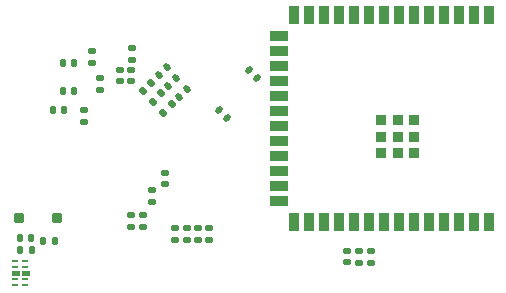
<source format=gbr>
%TF.GenerationSoftware,KiCad,Pcbnew,9.0.1*%
%TF.CreationDate,2025-05-01T00:05:03-04:00*%
%TF.ProjectId,main_board,6d61696e-5f62-46f6-9172-642e6b696361,rev?*%
%TF.SameCoordinates,Original*%
%TF.FileFunction,Paste,Bot*%
%TF.FilePolarity,Positive*%
%FSLAX46Y46*%
G04 Gerber Fmt 4.6, Leading zero omitted, Abs format (unit mm)*
G04 Created by KiCad (PCBNEW 9.0.1) date 2025-05-01 00:05:03*
%MOMM*%
%LPD*%
G01*
G04 APERTURE LIST*
G04 Aperture macros list*
%AMRoundRect*
0 Rectangle with rounded corners*
0 $1 Rounding radius*
0 $2 $3 $4 $5 $6 $7 $8 $9 X,Y pos of 4 corners*
0 Add a 4 corners polygon primitive as box body*
4,1,4,$2,$3,$4,$5,$6,$7,$8,$9,$2,$3,0*
0 Add four circle primitives for the rounded corners*
1,1,$1+$1,$2,$3*
1,1,$1+$1,$4,$5*
1,1,$1+$1,$6,$7*
1,1,$1+$1,$8,$9*
0 Add four rect primitives between the rounded corners*
20,1,$1+$1,$2,$3,$4,$5,0*
20,1,$1+$1,$4,$5,$6,$7,0*
20,1,$1+$1,$6,$7,$8,$9,0*
20,1,$1+$1,$8,$9,$2,$3,0*%
G04 Aperture macros list end*
%ADD10C,0.010000*%
%ADD11RoundRect,0.135000X-0.185000X0.135000X-0.185000X-0.135000X0.185000X-0.135000X0.185000X0.135000X0*%
%ADD12RoundRect,0.135000X-0.035355X0.226274X-0.226274X0.035355X0.035355X-0.226274X0.226274X-0.035355X0*%
%ADD13RoundRect,0.140000X0.170000X-0.140000X0.170000X0.140000X-0.170000X0.140000X-0.170000X-0.140000X0*%
%ADD14RoundRect,0.140000X0.021213X-0.219203X0.219203X-0.021213X-0.021213X0.219203X-0.219203X0.021213X0*%
%ADD15R,0.900000X1.500000*%
%ADD16R,1.500000X0.900000*%
%ADD17R,0.900000X0.900000*%
%ADD18RoundRect,0.135000X0.185000X-0.135000X0.185000X0.135000X-0.185000X0.135000X-0.185000X-0.135000X0*%
%ADD19RoundRect,0.181818X-0.268182X-0.218182X0.268182X-0.218182X0.268182X0.218182X-0.268182X0.218182X0*%
%ADD20RoundRect,0.181818X0.268182X0.218182X-0.268182X0.218182X-0.268182X-0.218182X0.268182X-0.218182X0*%
%ADD21RoundRect,0.140000X-0.140000X-0.170000X0.140000X-0.170000X0.140000X0.170000X-0.140000X0.170000X0*%
%ADD22RoundRect,0.140000X-0.170000X0.140000X-0.170000X-0.140000X0.170000X-0.140000X0.170000X0.140000X0*%
%ADD23RoundRect,0.135000X-0.135000X-0.185000X0.135000X-0.185000X0.135000X0.185000X-0.135000X0.185000X0*%
%ADD24RoundRect,0.140000X0.219203X0.021213X0.021213X0.219203X-0.219203X-0.021213X-0.021213X-0.219203X0*%
%ADD25RoundRect,0.140000X-0.219203X-0.021213X-0.021213X-0.219203X0.219203X0.021213X0.021213X0.219203X0*%
%ADD26RoundRect,0.140000X0.140000X0.170000X-0.140000X0.170000X-0.140000X-0.170000X0.140000X-0.170000X0*%
%ADD27R,0.565000X0.200000*%
G04 APERTURE END LIST*
D10*
%TO.C,D3*%
X122750200Y-112194000D02*
X122185200Y-112194000D01*
X122185200Y-111834000D01*
X122750200Y-111834000D01*
X122750200Y-112194000D01*
G36*
X122750200Y-112194000D02*
G01*
X122185200Y-112194000D01*
X122185200Y-111834000D01*
X122750200Y-111834000D01*
X122750200Y-112194000D01*
G37*
X123585200Y-112194000D02*
X123020200Y-112194000D01*
X123020200Y-111834000D01*
X123585200Y-111834000D01*
X123585200Y-112194000D01*
G36*
X123585200Y-112194000D02*
G01*
X123020200Y-112194000D01*
X123020200Y-111834000D01*
X123585200Y-111834000D01*
X123585200Y-112194000D01*
G37*
%TD*%
D11*
%TO.C,R43*%
X136956800Y-109222000D03*
X136956800Y-108202000D03*
%TD*%
%TO.C,R42*%
X138887200Y-108202000D03*
X138887200Y-109222000D03*
%TD*%
%TO.C,R41*%
X135991600Y-109222000D03*
X135991600Y-108202000D03*
%TD*%
%TO.C,R40*%
X137922000Y-108202000D03*
X137922000Y-109222000D03*
%TD*%
D12*
%TO.C,R31*%
X135708013Y-97717987D03*
X134986765Y-98439235D03*
%TD*%
D13*
%TO.C,C30*%
X132270800Y-95783600D03*
X132270800Y-94823600D03*
%TD*%
D14*
%TO.C,C74*%
X134601578Y-95268422D03*
X135280400Y-94589600D03*
%TD*%
D13*
%TO.C,C54*%
X134023100Y-105979789D03*
X134023100Y-105019789D03*
%TD*%
%TO.C,C48*%
X129603200Y-96504400D03*
X129603200Y-95544400D03*
%TD*%
D11*
%TO.C,R21*%
X128270000Y-98194400D03*
X128270000Y-99214400D03*
%TD*%
D14*
%TO.C,C58*%
X136328778Y-97097222D03*
X137007600Y-96418400D03*
%TD*%
D13*
%TO.C,C51*%
X131356400Y-95783600D03*
X131356400Y-94823600D03*
%TD*%
D12*
%TO.C,R32*%
X134793613Y-96803587D03*
X134072365Y-97524835D03*
%TD*%
D14*
%TO.C,C73*%
X135414378Y-96182822D03*
X136093200Y-95504000D03*
%TD*%
D15*
%TO.C,U6*%
X162536800Y-107708400D03*
X161266800Y-107708400D03*
X159996800Y-107708400D03*
X158726800Y-107708400D03*
X157456800Y-107708400D03*
X156186800Y-107708400D03*
X154916800Y-107708400D03*
X153646800Y-107708400D03*
X152376800Y-107708400D03*
X151106800Y-107708400D03*
X149836800Y-107708400D03*
X148566800Y-107708400D03*
X147296800Y-107708400D03*
X146026800Y-107708400D03*
D16*
X144776800Y-105943400D03*
X144776800Y-104673400D03*
X144776800Y-103403400D03*
X144776800Y-102133400D03*
X144776800Y-100863400D03*
X144776800Y-99593400D03*
X144776800Y-98323400D03*
X144776800Y-97053400D03*
X144776800Y-95783400D03*
X144776800Y-94513400D03*
X144776800Y-93243400D03*
X144776800Y-91973400D03*
D15*
X146026800Y-90208400D03*
X147296800Y-90208400D03*
X148566800Y-90208400D03*
X149836800Y-90208400D03*
X151106800Y-90208400D03*
X152376800Y-90208400D03*
X153646800Y-90208400D03*
X154916800Y-90208400D03*
X156186800Y-90208400D03*
X157456800Y-90208400D03*
X158726800Y-90208400D03*
X159996800Y-90208400D03*
X161266800Y-90208400D03*
X162536800Y-90208400D03*
D17*
X154816800Y-100458400D03*
X154816800Y-101858400D03*
X154816800Y-99058400D03*
X153416800Y-101858400D03*
X153416800Y-100458400D03*
X153416800Y-99058400D03*
X156216800Y-101858400D03*
X156216800Y-100458400D03*
X156216800Y-99058400D03*
%TD*%
D13*
%TO.C,C49*%
X128968800Y-94218800D03*
X128968800Y-93258800D03*
%TD*%
D18*
%TO.C,R25*%
X133280800Y-108112400D03*
X133280800Y-107092400D03*
%TD*%
D19*
%TO.C,D4*%
X122758400Y-107391200D03*
D20*
X125958400Y-107391200D03*
%TD*%
D13*
%TO.C,C25*%
X135128000Y-104518400D03*
X135128000Y-103558400D03*
%TD*%
D21*
%TO.C,C27*%
X122862400Y-109016800D03*
X123822400Y-109016800D03*
%TD*%
D12*
%TO.C,R33*%
X133980813Y-95889187D03*
X133259565Y-96610435D03*
%TD*%
D22*
%TO.C,C55*%
X150571200Y-110162400D03*
X150571200Y-111122400D03*
%TD*%
D23*
%TO.C,R11*%
X122830400Y-110032800D03*
X123850400Y-110032800D03*
%TD*%
%TO.C,R36*%
X124762800Y-109321600D03*
X125782800Y-109321600D03*
%TD*%
D11*
%TO.C,R34*%
X132283200Y-107082400D03*
X132283200Y-108102400D03*
%TD*%
%TO.C,R12*%
X151587200Y-110130400D03*
X151587200Y-111150400D03*
%TD*%
D24*
%TO.C,C26*%
X140344211Y-98891411D03*
X139665389Y-98212589D03*
%TD*%
D25*
%TO.C,C21*%
X142205389Y-94859789D03*
X142884211Y-95538611D03*
%TD*%
D26*
%TO.C,C46*%
X127441600Y-96596400D03*
X126481600Y-96596400D03*
%TD*%
%TO.C,C50*%
X126604000Y-98222000D03*
X125644000Y-98222000D03*
%TD*%
D11*
%TO.C,R17*%
X132295600Y-92923600D03*
X132295600Y-93943600D03*
%TD*%
D18*
%TO.C,R35*%
X152603200Y-111150400D03*
X152603200Y-110130400D03*
%TD*%
D26*
%TO.C,C47*%
X127441600Y-94195600D03*
X126481600Y-94195600D03*
%TD*%
D27*
%TO.C,D3*%
X123302700Y-111014000D03*
X123302700Y-111514000D03*
X123302700Y-112514000D03*
X123302700Y-113014000D03*
X122467700Y-113014000D03*
X122467700Y-112514000D03*
X122467700Y-111514000D03*
X122467700Y-111014000D03*
%TD*%
M02*

</source>
